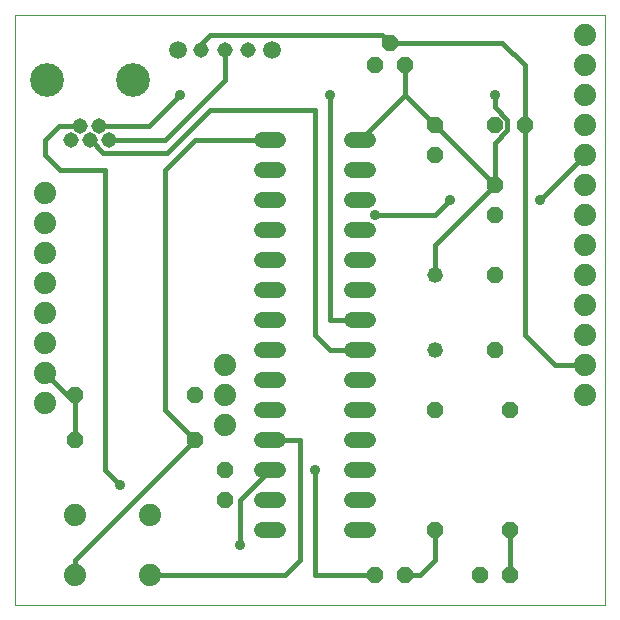
<source format=gtl>
G75*
%MOIN*%
%OFA0B0*%
%FSLAX25Y25*%
%IPPOS*%
%LPD*%
%AMOC8*
5,1,8,0,0,1.08239X$1,22.5*
%
%ADD10C,0.00000*%
%ADD11OC8,0.05200*%
%ADD12C,0.05200*%
%ADD13C,0.05150*%
%ADD14C,0.11220*%
%ADD15C,0.05200*%
%ADD16C,0.05937*%
%ADD17C,0.07400*%
%ADD18C,0.01600*%
%ADD19C,0.03569*%
D10*
X0006800Y0006800D02*
X0006800Y0203650D01*
X0203650Y0203650D01*
X0203650Y0006800D01*
X0006800Y0006800D01*
D11*
X0026800Y0061800D03*
X0026800Y0076800D03*
X0066800Y0076800D03*
X0066800Y0061800D03*
X0076800Y0051800D03*
X0076800Y0041800D03*
X0126800Y0016800D03*
X0136800Y0016800D03*
X0146800Y0031800D03*
X0161800Y0016800D03*
X0171800Y0016800D03*
X0171800Y0031800D03*
X0171800Y0071800D03*
X0166800Y0091800D03*
X0146800Y0071800D03*
X0166800Y0116800D03*
X0166800Y0136800D03*
X0166800Y0146800D03*
X0166800Y0166800D03*
X0176800Y0166800D03*
X0146800Y0166800D03*
X0146800Y0156800D03*
X0136800Y0186800D03*
X0131800Y0194300D03*
X0126800Y0186800D03*
D12*
X0146800Y0116800D03*
X0146800Y0091800D03*
D13*
X0084674Y0191800D03*
X0076800Y0191800D03*
X0068926Y0191800D03*
X0038099Y0161721D03*
X0034950Y0166446D03*
X0031800Y0161721D03*
X0028650Y0166446D03*
X0025501Y0161721D03*
D14*
X0017430Y0181800D03*
X0046170Y0181800D03*
D15*
X0089200Y0161800D02*
X0094400Y0161800D01*
X0094400Y0151800D02*
X0089200Y0151800D01*
X0089200Y0141800D02*
X0094400Y0141800D01*
X0094400Y0131800D02*
X0089200Y0131800D01*
X0089200Y0121800D02*
X0094400Y0121800D01*
X0094400Y0111800D02*
X0089200Y0111800D01*
X0089200Y0101800D02*
X0094400Y0101800D01*
X0094400Y0091800D02*
X0089200Y0091800D01*
X0089200Y0081800D02*
X0094400Y0081800D01*
X0094400Y0071800D02*
X0089200Y0071800D01*
X0089200Y0061800D02*
X0094400Y0061800D01*
X0094400Y0051800D02*
X0089200Y0051800D01*
X0089200Y0041800D02*
X0094400Y0041800D01*
X0094400Y0031800D02*
X0089200Y0031800D01*
X0119200Y0031800D02*
X0124400Y0031800D01*
X0124400Y0041800D02*
X0119200Y0041800D01*
X0119200Y0051800D02*
X0124400Y0051800D01*
X0124400Y0061800D02*
X0119200Y0061800D01*
X0119200Y0071800D02*
X0124400Y0071800D01*
X0124400Y0081800D02*
X0119200Y0081800D01*
X0119200Y0091800D02*
X0124400Y0091800D01*
X0124400Y0101800D02*
X0119200Y0101800D01*
X0119200Y0111800D02*
X0124400Y0111800D01*
X0124400Y0121800D02*
X0119200Y0121800D01*
X0119200Y0131800D02*
X0124400Y0131800D01*
X0124400Y0141800D02*
X0119200Y0141800D01*
X0119200Y0151800D02*
X0124400Y0151800D01*
X0124400Y0161800D02*
X0119200Y0161800D01*
D16*
X0092548Y0191800D03*
X0061052Y0191800D03*
D17*
X0016800Y0144300D03*
X0016800Y0134300D03*
X0016800Y0124300D03*
X0016800Y0114300D03*
X0016800Y0104300D03*
X0016800Y0094300D03*
X0016800Y0084300D03*
X0016800Y0074300D03*
X0026800Y0036800D03*
X0026800Y0016800D03*
X0051800Y0016800D03*
X0051800Y0036800D03*
X0076800Y0066800D03*
X0076800Y0076800D03*
X0076800Y0086800D03*
X0196800Y0086800D03*
X0196800Y0076800D03*
X0196800Y0096800D03*
X0196800Y0106800D03*
X0196800Y0116800D03*
X0196800Y0126800D03*
X0196800Y0136800D03*
X0196800Y0146800D03*
X0196800Y0156800D03*
X0196800Y0166800D03*
X0196800Y0176800D03*
X0196800Y0186800D03*
X0196800Y0196800D03*
D18*
X0176800Y0186800D02*
X0176800Y0166800D01*
X0176800Y0096800D01*
X0186800Y0086800D01*
X0196800Y0086800D01*
X0146800Y0116800D02*
X0146800Y0126800D01*
X0166800Y0146800D01*
X0166800Y0160860D01*
X0171000Y0165060D01*
X0171000Y0168540D01*
X0166800Y0172740D01*
X0166800Y0176800D01*
X0176800Y0186800D02*
X0169300Y0194300D01*
X0131800Y0194300D01*
X0129300Y0196800D01*
X0071800Y0196800D01*
X0068926Y0193926D01*
X0068926Y0191800D01*
X0076800Y0191800D02*
X0076800Y0181800D01*
X0056721Y0161721D01*
X0038099Y0161721D01*
X0036370Y0157546D02*
X0057546Y0157546D01*
X0071800Y0171800D01*
X0106800Y0171800D01*
X0106800Y0096800D01*
X0111800Y0091800D01*
X0121800Y0091800D01*
X0121800Y0101800D02*
X0111800Y0101800D01*
X0111800Y0176800D01*
X0121800Y0161800D02*
X0136800Y0176800D01*
X0146800Y0166800D01*
X0166800Y0146800D01*
X0151800Y0141800D02*
X0146800Y0136800D01*
X0126800Y0136800D01*
X0091800Y0161800D02*
X0066800Y0161800D01*
X0056800Y0151800D01*
X0056800Y0071800D01*
X0066800Y0061800D01*
X0026800Y0021800D01*
X0026800Y0016800D01*
X0051800Y0016800D02*
X0096800Y0016800D01*
X0101800Y0021800D01*
X0101800Y0061800D01*
X0091800Y0061800D01*
X0091800Y0051800D02*
X0081800Y0041800D01*
X0081800Y0026800D01*
X0106800Y0016800D02*
X0106800Y0051800D01*
X0106800Y0016800D02*
X0126800Y0016800D01*
X0136800Y0016800D02*
X0141800Y0016800D01*
X0146800Y0021800D01*
X0146800Y0031800D01*
X0171800Y0031800D02*
X0171800Y0016800D01*
X0181800Y0141800D02*
X0196800Y0156800D01*
X0136800Y0176800D02*
X0136800Y0186800D01*
X0061800Y0176800D02*
X0051446Y0166446D01*
X0034950Y0166446D01*
X0032195Y0161721D02*
X0031800Y0161721D01*
X0032195Y0161721D02*
X0036370Y0157546D01*
X0036800Y0151800D02*
X0036800Y0051800D01*
X0041800Y0046800D01*
X0026800Y0061800D02*
X0026800Y0076800D01*
X0024300Y0076800D01*
X0016800Y0084300D01*
X0021800Y0151800D02*
X0036800Y0151800D01*
X0028650Y0166446D02*
X0021446Y0166446D01*
X0016800Y0161800D01*
X0016800Y0156800D01*
X0021800Y0151800D01*
D19*
X0061800Y0176800D03*
X0111800Y0176800D03*
X0126800Y0136800D03*
X0151800Y0141800D03*
X0181800Y0141800D03*
X0166800Y0176800D03*
X0106800Y0051800D03*
X0081800Y0026800D03*
X0041800Y0046800D03*
M02*

</source>
